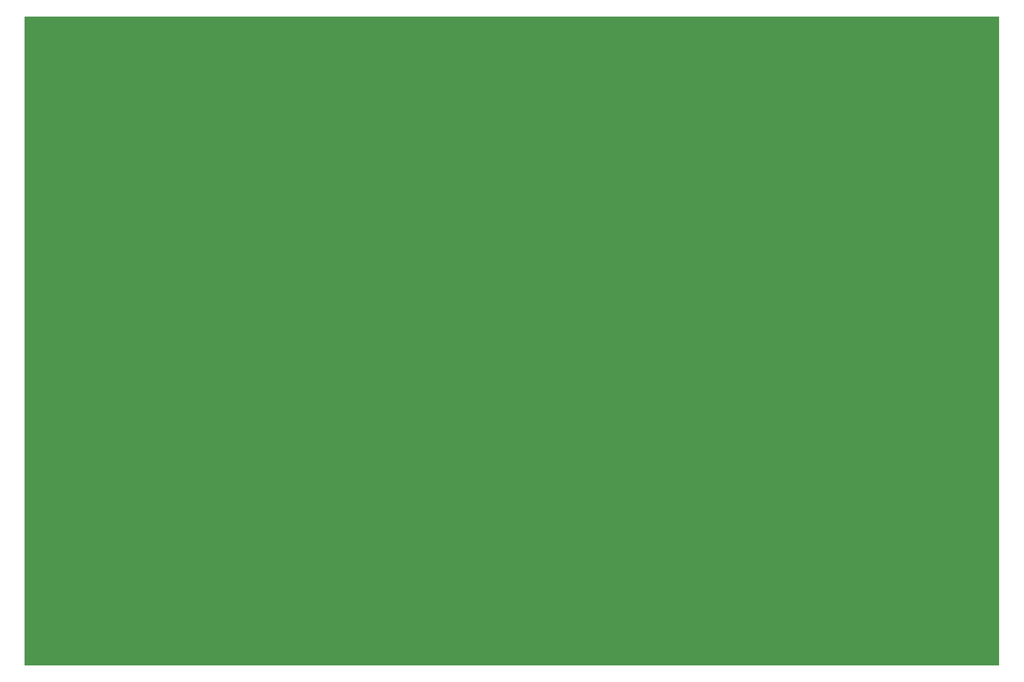
<source format=gbr>
G04 DipTrace 2.4.0.2*
%INBoard.gbr*%
%MOIN*%
%ADD11C,0.006*%
%FSLAX44Y44*%
G04*
G70*
G90*
G75*
G01*
%LNBoardPoly*%
%LPD*%
G36*
X3937Y3937D2*
D11*
Y63937D1*
X93937D1*
Y3937D1*
X3937D1*
G37*
M02*

</source>
